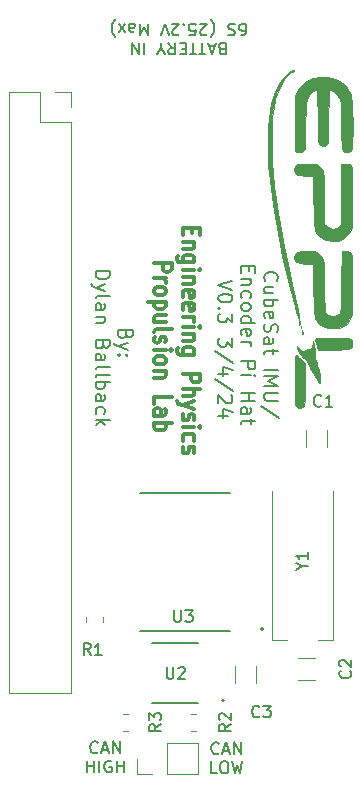
<source format=gbr>
%TF.GenerationSoftware,KiCad,Pcbnew,(6.0.5-0)*%
%TF.CreationDate,2024-03-04T13:36:44-05:00*%
%TF.ProjectId,CubeSat PCB V0.3,43756265-5361-4742-9050-43422056302e,rev?*%
%TF.SameCoordinates,Original*%
%TF.FileFunction,Legend,Top*%
%TF.FilePolarity,Positive*%
%FSLAX46Y46*%
G04 Gerber Fmt 4.6, Leading zero omitted, Abs format (unit mm)*
G04 Created by KiCad (PCBNEW (6.0.5-0)) date 2024-03-04 13:36:44*
%MOMM*%
%LPD*%
G01*
G04 APERTURE LIST*
%ADD10C,0.200000*%
%ADD11C,0.300000*%
%ADD12C,0.150000*%
%ADD13C,0.120000*%
%ADD14C,0.010000*%
%ADD15C,0.127000*%
G04 APERTURE END LIST*
D10*
X107878428Y-85028571D02*
X107821285Y-84971428D01*
X107764142Y-84800000D01*
X107764142Y-84685714D01*
X107821285Y-84514285D01*
X107935571Y-84400000D01*
X108049857Y-84342857D01*
X108278428Y-84285714D01*
X108449857Y-84285714D01*
X108678428Y-84342857D01*
X108792714Y-84400000D01*
X108907000Y-84514285D01*
X108964142Y-84685714D01*
X108964142Y-84800000D01*
X108907000Y-84971428D01*
X108849857Y-85028571D01*
X108564142Y-86057142D02*
X107764142Y-86057142D01*
X108564142Y-85542857D02*
X107935571Y-85542857D01*
X107821285Y-85600000D01*
X107764142Y-85714285D01*
X107764142Y-85885714D01*
X107821285Y-86000000D01*
X107878428Y-86057142D01*
X107764142Y-86628571D02*
X108964142Y-86628571D01*
X108507000Y-86628571D02*
X108564142Y-86742857D01*
X108564142Y-86971428D01*
X108507000Y-87085714D01*
X108449857Y-87142857D01*
X108335571Y-87200000D01*
X107992714Y-87200000D01*
X107878428Y-87142857D01*
X107821285Y-87085714D01*
X107764142Y-86971428D01*
X107764142Y-86742857D01*
X107821285Y-86628571D01*
X107821285Y-88171428D02*
X107764142Y-88057142D01*
X107764142Y-87828571D01*
X107821285Y-87714285D01*
X107935571Y-87657142D01*
X108392714Y-87657142D01*
X108507000Y-87714285D01*
X108564142Y-87828571D01*
X108564142Y-88057142D01*
X108507000Y-88171428D01*
X108392714Y-88228571D01*
X108278428Y-88228571D01*
X108164142Y-87657142D01*
X107821285Y-88685714D02*
X107764142Y-88857142D01*
X107764142Y-89142857D01*
X107821285Y-89257142D01*
X107878428Y-89314285D01*
X107992714Y-89371428D01*
X108107000Y-89371428D01*
X108221285Y-89314285D01*
X108278428Y-89257142D01*
X108335571Y-89142857D01*
X108392714Y-88914285D01*
X108449857Y-88800000D01*
X108507000Y-88742857D01*
X108621285Y-88685714D01*
X108735571Y-88685714D01*
X108849857Y-88742857D01*
X108907000Y-88800000D01*
X108964142Y-88914285D01*
X108964142Y-89200000D01*
X108907000Y-89371428D01*
X107764142Y-90400000D02*
X108392714Y-90400000D01*
X108507000Y-90342857D01*
X108564142Y-90228571D01*
X108564142Y-90000000D01*
X108507000Y-89885714D01*
X107821285Y-90400000D02*
X107764142Y-90285714D01*
X107764142Y-90000000D01*
X107821285Y-89885714D01*
X107935571Y-89828571D01*
X108049857Y-89828571D01*
X108164142Y-89885714D01*
X108221285Y-90000000D01*
X108221285Y-90285714D01*
X108278428Y-90400000D01*
X108564142Y-90800000D02*
X108564142Y-91257142D01*
X108964142Y-90971428D02*
X107935571Y-90971428D01*
X107821285Y-91028571D01*
X107764142Y-91142857D01*
X107764142Y-91257142D01*
X107764142Y-92571428D02*
X108964142Y-92571428D01*
X107764142Y-93142857D02*
X108964142Y-93142857D01*
X108107000Y-93542857D01*
X108964142Y-93942857D01*
X107764142Y-93942857D01*
X108964142Y-94514285D02*
X107992714Y-94514285D01*
X107878428Y-94571428D01*
X107821285Y-94628571D01*
X107764142Y-94742857D01*
X107764142Y-94971428D01*
X107821285Y-95085714D01*
X107878428Y-95142857D01*
X107992714Y-95199999D01*
X108964142Y-95199999D01*
X109021285Y-96628571D02*
X107478428Y-95599999D01*
X106460714Y-83800000D02*
X106460714Y-84200000D01*
X105832142Y-84371428D02*
X105832142Y-83800000D01*
X107032142Y-83800000D01*
X107032142Y-84371428D01*
X106632142Y-84885714D02*
X105832142Y-84885714D01*
X106517857Y-84885714D02*
X106575000Y-84942857D01*
X106632142Y-85057142D01*
X106632142Y-85228571D01*
X106575000Y-85342857D01*
X106460714Y-85400000D01*
X105832142Y-85400000D01*
X105889285Y-86485714D02*
X105832142Y-86371428D01*
X105832142Y-86142857D01*
X105889285Y-86028571D01*
X105946428Y-85971428D01*
X106060714Y-85914285D01*
X106403571Y-85914285D01*
X106517857Y-85971428D01*
X106575000Y-86028571D01*
X106632142Y-86142857D01*
X106632142Y-86371428D01*
X106575000Y-86485714D01*
X105832142Y-87171428D02*
X105889285Y-87057142D01*
X105946428Y-87000000D01*
X106060714Y-86942857D01*
X106403571Y-86942857D01*
X106517857Y-87000000D01*
X106575000Y-87057142D01*
X106632142Y-87171428D01*
X106632142Y-87342857D01*
X106575000Y-87457142D01*
X106517857Y-87514285D01*
X106403571Y-87571428D01*
X106060714Y-87571428D01*
X105946428Y-87514285D01*
X105889285Y-87457142D01*
X105832142Y-87342857D01*
X105832142Y-87171428D01*
X105832142Y-88600000D02*
X107032142Y-88600000D01*
X105889285Y-88600000D02*
X105832142Y-88485714D01*
X105832142Y-88257142D01*
X105889285Y-88142857D01*
X105946428Y-88085714D01*
X106060714Y-88028571D01*
X106403571Y-88028571D01*
X106517857Y-88085714D01*
X106575000Y-88142857D01*
X106632142Y-88257142D01*
X106632142Y-88485714D01*
X106575000Y-88600000D01*
X105889285Y-89628571D02*
X105832142Y-89514285D01*
X105832142Y-89285714D01*
X105889285Y-89171428D01*
X106003571Y-89114285D01*
X106460714Y-89114285D01*
X106575000Y-89171428D01*
X106632142Y-89285714D01*
X106632142Y-89514285D01*
X106575000Y-89628571D01*
X106460714Y-89685714D01*
X106346428Y-89685714D01*
X106232142Y-89114285D01*
X105832142Y-90200000D02*
X106632142Y-90200000D01*
X106403571Y-90200000D02*
X106517857Y-90257142D01*
X106575000Y-90314285D01*
X106632142Y-90428571D01*
X106632142Y-90542857D01*
X105832142Y-91857142D02*
X107032142Y-91857142D01*
X107032142Y-92314285D01*
X106975000Y-92428571D01*
X106917857Y-92485714D01*
X106803571Y-92542857D01*
X106632142Y-92542857D01*
X106517857Y-92485714D01*
X106460714Y-92428571D01*
X106403571Y-92314285D01*
X106403571Y-91857142D01*
X105832142Y-93057142D02*
X106632142Y-93057142D01*
X107032142Y-93057142D02*
X106975000Y-93000000D01*
X106917857Y-93057142D01*
X106975000Y-93114285D01*
X107032142Y-93057142D01*
X106917857Y-93057142D01*
X105832142Y-94542857D02*
X107032142Y-94542857D01*
X106460714Y-94542857D02*
X106460714Y-95228571D01*
X105832142Y-95228571D02*
X107032142Y-95228571D01*
X105832142Y-96314285D02*
X106460714Y-96314285D01*
X106575000Y-96257142D01*
X106632142Y-96142857D01*
X106632142Y-95914285D01*
X106575000Y-95800000D01*
X105889285Y-96314285D02*
X105832142Y-96200000D01*
X105832142Y-95914285D01*
X105889285Y-95800000D01*
X106003571Y-95742857D01*
X106117857Y-95742857D01*
X106232142Y-95800000D01*
X106289285Y-95914285D01*
X106289285Y-96200000D01*
X106346428Y-96314285D01*
X106632142Y-96714285D02*
X106632142Y-97171428D01*
X107032142Y-96885714D02*
X106003571Y-96885714D01*
X105889285Y-96942857D01*
X105832142Y-97057142D01*
X105832142Y-97171428D01*
X105100142Y-85028571D02*
X103900142Y-85428571D01*
X105100142Y-85828571D01*
X105100142Y-86457142D02*
X105100142Y-86571428D01*
X105043000Y-86685714D01*
X104985857Y-86742857D01*
X104871571Y-86800000D01*
X104643000Y-86857142D01*
X104357285Y-86857142D01*
X104128714Y-86800000D01*
X104014428Y-86742857D01*
X103957285Y-86685714D01*
X103900142Y-86571428D01*
X103900142Y-86457142D01*
X103957285Y-86342857D01*
X104014428Y-86285714D01*
X104128714Y-86228571D01*
X104357285Y-86171428D01*
X104643000Y-86171428D01*
X104871571Y-86228571D01*
X104985857Y-86285714D01*
X105043000Y-86342857D01*
X105100142Y-86457142D01*
X104014428Y-87371428D02*
X103957285Y-87428571D01*
X103900142Y-87371428D01*
X103957285Y-87314285D01*
X104014428Y-87371428D01*
X103900142Y-87371428D01*
X105100142Y-87828571D02*
X105100142Y-88571428D01*
X104643000Y-88171428D01*
X104643000Y-88342857D01*
X104585857Y-88457142D01*
X104528714Y-88514285D01*
X104414428Y-88571428D01*
X104128714Y-88571428D01*
X104014428Y-88514285D01*
X103957285Y-88457142D01*
X103900142Y-88342857D01*
X103900142Y-88000000D01*
X103957285Y-87885714D01*
X104014428Y-87828571D01*
X105100142Y-89885714D02*
X105100142Y-90628571D01*
X104643000Y-90228571D01*
X104643000Y-90400000D01*
X104585857Y-90514285D01*
X104528714Y-90571428D01*
X104414428Y-90628571D01*
X104128714Y-90628571D01*
X104014428Y-90571428D01*
X103957285Y-90514285D01*
X103900142Y-90400000D01*
X103900142Y-90057142D01*
X103957285Y-89942857D01*
X104014428Y-89885714D01*
X105157285Y-92000000D02*
X103614428Y-90971428D01*
X104700142Y-92914285D02*
X103900142Y-92914285D01*
X105157285Y-92628571D02*
X104300142Y-92342857D01*
X104300142Y-93085714D01*
X105157285Y-94400000D02*
X103614428Y-93371428D01*
X104985857Y-94742857D02*
X105043000Y-94800000D01*
X105100142Y-94914285D01*
X105100142Y-95200000D01*
X105043000Y-95314285D01*
X104985857Y-95371428D01*
X104871571Y-95428571D01*
X104757285Y-95428571D01*
X104585857Y-95371428D01*
X103900142Y-94685714D01*
X103900142Y-95428571D01*
X104700142Y-96457142D02*
X103900142Y-96457142D01*
X105157285Y-96171428D02*
X104300142Y-95885714D01*
X104300142Y-96628571D01*
X103932142Y-125027142D02*
X103884523Y-125074761D01*
X103741666Y-125122380D01*
X103646428Y-125122380D01*
X103503571Y-125074761D01*
X103408333Y-124979523D01*
X103360714Y-124884285D01*
X103313095Y-124693809D01*
X103313095Y-124550952D01*
X103360714Y-124360476D01*
X103408333Y-124265238D01*
X103503571Y-124170000D01*
X103646428Y-124122380D01*
X103741666Y-124122380D01*
X103884523Y-124170000D01*
X103932142Y-124217619D01*
X104313095Y-124836666D02*
X104789285Y-124836666D01*
X104217857Y-125122380D02*
X104551190Y-124122380D01*
X104884523Y-125122380D01*
X105217857Y-125122380D02*
X105217857Y-124122380D01*
X105789285Y-125122380D01*
X105789285Y-124122380D01*
X103789285Y-126732380D02*
X103313095Y-126732380D01*
X103313095Y-125732380D01*
X104313095Y-125732380D02*
X104503571Y-125732380D01*
X104598809Y-125780000D01*
X104694047Y-125875238D01*
X104741666Y-126065714D01*
X104741666Y-126399047D01*
X104694047Y-126589523D01*
X104598809Y-126684761D01*
X104503571Y-126732380D01*
X104313095Y-126732380D01*
X104217857Y-126684761D01*
X104122619Y-126589523D01*
X104075000Y-126399047D01*
X104075000Y-126065714D01*
X104122619Y-125875238D01*
X104217857Y-125780000D01*
X104313095Y-125732380D01*
X105075000Y-125732380D02*
X105313095Y-126732380D01*
X105503571Y-126018095D01*
X105694047Y-126732380D01*
X105932142Y-125732380D01*
D11*
X101664642Y-80577380D02*
X101664642Y-81010714D01*
X100878928Y-81196428D02*
X100878928Y-80577380D01*
X102378928Y-80577380D01*
X102378928Y-81196428D01*
X101878928Y-81753571D02*
X100878928Y-81753571D01*
X101736071Y-81753571D02*
X101807500Y-81815476D01*
X101878928Y-81939285D01*
X101878928Y-82124999D01*
X101807500Y-82248809D01*
X101664642Y-82310714D01*
X100878928Y-82310714D01*
X101878928Y-83486904D02*
X100664642Y-83486904D01*
X100521785Y-83424999D01*
X100450357Y-83363095D01*
X100378928Y-83239285D01*
X100378928Y-83053571D01*
X100450357Y-82929761D01*
X100950357Y-83486904D02*
X100878928Y-83363095D01*
X100878928Y-83115476D01*
X100950357Y-82991666D01*
X101021785Y-82929761D01*
X101164642Y-82867857D01*
X101593214Y-82867857D01*
X101736071Y-82929761D01*
X101807500Y-82991666D01*
X101878928Y-83115476D01*
X101878928Y-83363095D01*
X101807500Y-83486904D01*
X100878928Y-84105952D02*
X101878928Y-84105952D01*
X102378928Y-84105952D02*
X102307500Y-84044047D01*
X102236071Y-84105952D01*
X102307500Y-84167857D01*
X102378928Y-84105952D01*
X102236071Y-84105952D01*
X101878928Y-84724999D02*
X100878928Y-84724999D01*
X101736071Y-84724999D02*
X101807500Y-84786904D01*
X101878928Y-84910714D01*
X101878928Y-85096428D01*
X101807500Y-85220238D01*
X101664642Y-85282142D01*
X100878928Y-85282142D01*
X100950357Y-86396428D02*
X100878928Y-86272619D01*
X100878928Y-86024999D01*
X100950357Y-85901190D01*
X101093214Y-85839285D01*
X101664642Y-85839285D01*
X101807500Y-85901190D01*
X101878928Y-86024999D01*
X101878928Y-86272619D01*
X101807500Y-86396428D01*
X101664642Y-86458333D01*
X101521785Y-86458333D01*
X101378928Y-85839285D01*
X100950357Y-87510714D02*
X100878928Y-87386904D01*
X100878928Y-87139285D01*
X100950357Y-87015476D01*
X101093214Y-86953571D01*
X101664642Y-86953571D01*
X101807500Y-87015476D01*
X101878928Y-87139285D01*
X101878928Y-87386904D01*
X101807500Y-87510714D01*
X101664642Y-87572619D01*
X101521785Y-87572619D01*
X101378928Y-86953571D01*
X100878928Y-88129761D02*
X101878928Y-88129761D01*
X101593214Y-88129761D02*
X101736071Y-88191666D01*
X101807500Y-88253571D01*
X101878928Y-88377380D01*
X101878928Y-88501190D01*
X100878928Y-88934523D02*
X101878928Y-88934523D01*
X102378928Y-88934523D02*
X102307500Y-88872619D01*
X102236071Y-88934523D01*
X102307500Y-88996428D01*
X102378928Y-88934523D01*
X102236071Y-88934523D01*
X101878928Y-89553571D02*
X100878928Y-89553571D01*
X101736071Y-89553571D02*
X101807500Y-89615476D01*
X101878928Y-89739285D01*
X101878928Y-89924999D01*
X101807500Y-90048809D01*
X101664642Y-90110714D01*
X100878928Y-90110714D01*
X101878928Y-91286904D02*
X100664642Y-91286904D01*
X100521785Y-91224999D01*
X100450357Y-91163095D01*
X100378928Y-91039285D01*
X100378928Y-90853571D01*
X100450357Y-90729761D01*
X100950357Y-91286904D02*
X100878928Y-91163095D01*
X100878928Y-90915476D01*
X100950357Y-90791666D01*
X101021785Y-90729761D01*
X101164642Y-90667857D01*
X101593214Y-90667857D01*
X101736071Y-90729761D01*
X101807500Y-90791666D01*
X101878928Y-90915476D01*
X101878928Y-91163095D01*
X101807500Y-91286904D01*
X100878928Y-92896428D02*
X102378928Y-92896428D01*
X102378928Y-93391666D01*
X102307500Y-93515476D01*
X102236071Y-93577380D01*
X102093214Y-93639285D01*
X101878928Y-93639285D01*
X101736071Y-93577380D01*
X101664642Y-93515476D01*
X101593214Y-93391666D01*
X101593214Y-92896428D01*
X100878928Y-94196428D02*
X102378928Y-94196428D01*
X100878928Y-94753571D02*
X101664642Y-94753571D01*
X101807500Y-94691666D01*
X101878928Y-94567857D01*
X101878928Y-94382142D01*
X101807500Y-94258333D01*
X101736071Y-94196428D01*
X101878928Y-95248809D02*
X100878928Y-95558333D01*
X101878928Y-95867857D02*
X100878928Y-95558333D01*
X100521785Y-95434523D01*
X100450357Y-95372619D01*
X100378928Y-95248809D01*
X100950357Y-96301190D02*
X100878928Y-96424999D01*
X100878928Y-96672619D01*
X100950357Y-96796428D01*
X101093214Y-96858333D01*
X101164642Y-96858333D01*
X101307500Y-96796428D01*
X101378928Y-96672619D01*
X101378928Y-96486904D01*
X101450357Y-96363095D01*
X101593214Y-96301190D01*
X101664642Y-96301190D01*
X101807500Y-96363095D01*
X101878928Y-96486904D01*
X101878928Y-96672619D01*
X101807500Y-96796428D01*
X100878928Y-97415476D02*
X101878928Y-97415476D01*
X102378928Y-97415476D02*
X102307500Y-97353571D01*
X102236071Y-97415476D01*
X102307500Y-97477380D01*
X102378928Y-97415476D01*
X102236071Y-97415476D01*
X100950357Y-98591666D02*
X100878928Y-98467857D01*
X100878928Y-98220238D01*
X100950357Y-98096428D01*
X101021785Y-98034523D01*
X101164642Y-97972619D01*
X101593214Y-97972619D01*
X101736071Y-98034523D01*
X101807500Y-98096428D01*
X101878928Y-98220238D01*
X101878928Y-98467857D01*
X101807500Y-98591666D01*
X100950357Y-99086904D02*
X100878928Y-99210714D01*
X100878928Y-99458333D01*
X100950357Y-99582142D01*
X101093214Y-99644047D01*
X101164642Y-99644047D01*
X101307500Y-99582142D01*
X101378928Y-99458333D01*
X101378928Y-99272619D01*
X101450357Y-99148809D01*
X101593214Y-99086904D01*
X101664642Y-99086904D01*
X101807500Y-99148809D01*
X101878928Y-99272619D01*
X101878928Y-99458333D01*
X101807500Y-99582142D01*
X98463928Y-83517857D02*
X99963928Y-83517857D01*
X99963928Y-84013095D01*
X99892500Y-84136904D01*
X99821071Y-84198809D01*
X99678214Y-84260714D01*
X99463928Y-84260714D01*
X99321071Y-84198809D01*
X99249642Y-84136904D01*
X99178214Y-84013095D01*
X99178214Y-83517857D01*
X98463928Y-84817857D02*
X99463928Y-84817857D01*
X99178214Y-84817857D02*
X99321071Y-84879761D01*
X99392500Y-84941666D01*
X99463928Y-85065476D01*
X99463928Y-85189285D01*
X98463928Y-85808333D02*
X98535357Y-85684523D01*
X98606785Y-85622619D01*
X98749642Y-85560714D01*
X99178214Y-85560714D01*
X99321071Y-85622619D01*
X99392500Y-85684523D01*
X99463928Y-85808333D01*
X99463928Y-85994047D01*
X99392500Y-86117857D01*
X99321071Y-86179761D01*
X99178214Y-86241666D01*
X98749642Y-86241666D01*
X98606785Y-86179761D01*
X98535357Y-86117857D01*
X98463928Y-85994047D01*
X98463928Y-85808333D01*
X99463928Y-86798809D02*
X97963928Y-86798809D01*
X99392500Y-86798809D02*
X99463928Y-86922619D01*
X99463928Y-87170238D01*
X99392500Y-87294047D01*
X99321071Y-87355952D01*
X99178214Y-87417857D01*
X98749642Y-87417857D01*
X98606785Y-87355952D01*
X98535357Y-87294047D01*
X98463928Y-87170238D01*
X98463928Y-86922619D01*
X98535357Y-86798809D01*
X99463928Y-88532142D02*
X98463928Y-88532142D01*
X99463928Y-87975000D02*
X98678214Y-87975000D01*
X98535357Y-88036904D01*
X98463928Y-88160714D01*
X98463928Y-88346428D01*
X98535357Y-88470238D01*
X98606785Y-88532142D01*
X98463928Y-89336904D02*
X98535357Y-89213095D01*
X98678214Y-89151190D01*
X99963928Y-89151190D01*
X98535357Y-89770238D02*
X98463928Y-89894047D01*
X98463928Y-90141666D01*
X98535357Y-90265476D01*
X98678214Y-90327380D01*
X98749642Y-90327380D01*
X98892500Y-90265476D01*
X98963928Y-90141666D01*
X98963928Y-89955952D01*
X99035357Y-89832142D01*
X99178214Y-89770238D01*
X99249642Y-89770238D01*
X99392500Y-89832142D01*
X99463928Y-89955952D01*
X99463928Y-90141666D01*
X99392500Y-90265476D01*
X98463928Y-90884523D02*
X99463928Y-90884523D01*
X99963928Y-90884523D02*
X99892500Y-90822619D01*
X99821071Y-90884523D01*
X99892500Y-90946428D01*
X99963928Y-90884523D01*
X99821071Y-90884523D01*
X98463928Y-91689285D02*
X98535357Y-91565476D01*
X98606785Y-91503571D01*
X98749642Y-91441666D01*
X99178214Y-91441666D01*
X99321071Y-91503571D01*
X99392500Y-91565476D01*
X99463928Y-91689285D01*
X99463928Y-91875000D01*
X99392500Y-91998809D01*
X99321071Y-92060714D01*
X99178214Y-92122619D01*
X98749642Y-92122619D01*
X98606785Y-92060714D01*
X98535357Y-91998809D01*
X98463928Y-91875000D01*
X98463928Y-91689285D01*
X99463928Y-92679761D02*
X98463928Y-92679761D01*
X99321071Y-92679761D02*
X99392500Y-92741666D01*
X99463928Y-92865476D01*
X99463928Y-93051190D01*
X99392500Y-93175000D01*
X99249642Y-93236904D01*
X98463928Y-93236904D01*
X98463928Y-95465476D02*
X98463928Y-94846428D01*
X99963928Y-94846428D01*
X98463928Y-96455952D02*
X99249642Y-96455952D01*
X99392500Y-96394047D01*
X99463928Y-96270238D01*
X99463928Y-96022619D01*
X99392500Y-95898809D01*
X98535357Y-96455952D02*
X98463928Y-96332142D01*
X98463928Y-96022619D01*
X98535357Y-95898809D01*
X98678214Y-95836904D01*
X98821071Y-95836904D01*
X98963928Y-95898809D01*
X99035357Y-96022619D01*
X99035357Y-96332142D01*
X99106785Y-96455952D01*
X98463928Y-97075000D02*
X99963928Y-97075000D01*
X99392500Y-97075000D02*
X99463928Y-97198809D01*
X99463928Y-97446428D01*
X99392500Y-97570238D01*
X99321071Y-97632142D01*
X99178214Y-97694047D01*
X98749642Y-97694047D01*
X98606785Y-97632142D01*
X98535357Y-97570238D01*
X98463928Y-97446428D01*
X98463928Y-97198809D01*
X98535357Y-97075000D01*
D10*
X93682142Y-124952142D02*
X93634523Y-124999761D01*
X93491666Y-125047380D01*
X93396428Y-125047380D01*
X93253571Y-124999761D01*
X93158333Y-124904523D01*
X93110714Y-124809285D01*
X93063095Y-124618809D01*
X93063095Y-124475952D01*
X93110714Y-124285476D01*
X93158333Y-124190238D01*
X93253571Y-124095000D01*
X93396428Y-124047380D01*
X93491666Y-124047380D01*
X93634523Y-124095000D01*
X93682142Y-124142619D01*
X94063095Y-124761666D02*
X94539285Y-124761666D01*
X93967857Y-125047380D02*
X94301190Y-124047380D01*
X94634523Y-125047380D01*
X94967857Y-125047380D02*
X94967857Y-124047380D01*
X95539285Y-125047380D01*
X95539285Y-124047380D01*
X92777380Y-126657380D02*
X92777380Y-125657380D01*
X92777380Y-126133571D02*
X93348809Y-126133571D01*
X93348809Y-126657380D02*
X93348809Y-125657380D01*
X93825000Y-126657380D02*
X93825000Y-125657380D01*
X94825000Y-125705000D02*
X94729761Y-125657380D01*
X94586904Y-125657380D01*
X94444047Y-125705000D01*
X94348809Y-125800238D01*
X94301190Y-125895476D01*
X94253571Y-126085952D01*
X94253571Y-126228809D01*
X94301190Y-126419285D01*
X94348809Y-126514523D01*
X94444047Y-126609761D01*
X94586904Y-126657380D01*
X94682142Y-126657380D01*
X94825000Y-126609761D01*
X94872619Y-126562142D01*
X94872619Y-126228809D01*
X94682142Y-126228809D01*
X95301190Y-126657380D02*
X95301190Y-125657380D01*
X95301190Y-126133571D02*
X95872619Y-126133571D01*
X95872619Y-126657380D02*
X95872619Y-125657380D01*
D12*
X104192857Y-65401428D02*
X104050000Y-65353809D01*
X104002380Y-65306190D01*
X103954761Y-65210952D01*
X103954761Y-65068095D01*
X104002380Y-64972857D01*
X104050000Y-64925238D01*
X104145238Y-64877619D01*
X104526190Y-64877619D01*
X104526190Y-65877619D01*
X104192857Y-65877619D01*
X104097619Y-65830000D01*
X104050000Y-65782380D01*
X104002380Y-65687142D01*
X104002380Y-65591904D01*
X104050000Y-65496666D01*
X104097619Y-65449047D01*
X104192857Y-65401428D01*
X104526190Y-65401428D01*
X103573809Y-65163333D02*
X103097619Y-65163333D01*
X103669047Y-64877619D02*
X103335714Y-65877619D01*
X103002380Y-64877619D01*
X102811904Y-65877619D02*
X102240476Y-65877619D01*
X102526190Y-64877619D02*
X102526190Y-65877619D01*
X102050000Y-65877619D02*
X101478571Y-65877619D01*
X101764285Y-64877619D02*
X101764285Y-65877619D01*
X101145238Y-65401428D02*
X100811904Y-65401428D01*
X100669047Y-64877619D02*
X101145238Y-64877619D01*
X101145238Y-65877619D01*
X100669047Y-65877619D01*
X99669047Y-64877619D02*
X100002380Y-65353809D01*
X100240476Y-64877619D02*
X100240476Y-65877619D01*
X99859523Y-65877619D01*
X99764285Y-65830000D01*
X99716666Y-65782380D01*
X99669047Y-65687142D01*
X99669047Y-65544285D01*
X99716666Y-65449047D01*
X99764285Y-65401428D01*
X99859523Y-65353809D01*
X100240476Y-65353809D01*
X99050000Y-65353809D02*
X99050000Y-64877619D01*
X99383333Y-65877619D02*
X99050000Y-65353809D01*
X98716666Y-65877619D01*
X97621428Y-64877619D02*
X97621428Y-65877619D01*
X97145238Y-64877619D02*
X97145238Y-65877619D01*
X96573809Y-64877619D01*
X96573809Y-65877619D01*
X105788095Y-64267619D02*
X105978571Y-64267619D01*
X106073809Y-64220000D01*
X106121428Y-64172380D01*
X106216666Y-64029523D01*
X106264285Y-63839047D01*
X106264285Y-63458095D01*
X106216666Y-63362857D01*
X106169047Y-63315238D01*
X106073809Y-63267619D01*
X105883333Y-63267619D01*
X105788095Y-63315238D01*
X105740476Y-63362857D01*
X105692857Y-63458095D01*
X105692857Y-63696190D01*
X105740476Y-63791428D01*
X105788095Y-63839047D01*
X105883333Y-63886666D01*
X106073809Y-63886666D01*
X106169047Y-63839047D01*
X106216666Y-63791428D01*
X106264285Y-63696190D01*
X105311904Y-63315238D02*
X105169047Y-63267619D01*
X104930952Y-63267619D01*
X104835714Y-63315238D01*
X104788095Y-63362857D01*
X104740476Y-63458095D01*
X104740476Y-63553333D01*
X104788095Y-63648571D01*
X104835714Y-63696190D01*
X104930952Y-63743809D01*
X105121428Y-63791428D01*
X105216666Y-63839047D01*
X105264285Y-63886666D01*
X105311904Y-63981904D01*
X105311904Y-64077142D01*
X105264285Y-64172380D01*
X105216666Y-64220000D01*
X105121428Y-64267619D01*
X104883333Y-64267619D01*
X104740476Y-64220000D01*
X103264285Y-62886666D02*
X103311904Y-62934285D01*
X103407142Y-63077142D01*
X103454761Y-63172380D01*
X103502380Y-63315238D01*
X103550000Y-63553333D01*
X103550000Y-63743809D01*
X103502380Y-63981904D01*
X103454761Y-64124761D01*
X103407142Y-64220000D01*
X103311904Y-64362857D01*
X103264285Y-64410476D01*
X102930952Y-64172380D02*
X102883333Y-64220000D01*
X102788095Y-64267619D01*
X102550000Y-64267619D01*
X102454761Y-64220000D01*
X102407142Y-64172380D01*
X102359523Y-64077142D01*
X102359523Y-63981904D01*
X102407142Y-63839047D01*
X102978571Y-63267619D01*
X102359523Y-63267619D01*
X101454761Y-64267619D02*
X101930952Y-64267619D01*
X101978571Y-63791428D01*
X101930952Y-63839047D01*
X101835714Y-63886666D01*
X101597619Y-63886666D01*
X101502380Y-63839047D01*
X101454761Y-63791428D01*
X101407142Y-63696190D01*
X101407142Y-63458095D01*
X101454761Y-63362857D01*
X101502380Y-63315238D01*
X101597619Y-63267619D01*
X101835714Y-63267619D01*
X101930952Y-63315238D01*
X101978571Y-63362857D01*
X100978571Y-63362857D02*
X100930952Y-63315238D01*
X100978571Y-63267619D01*
X101026190Y-63315238D01*
X100978571Y-63362857D01*
X100978571Y-63267619D01*
X100550000Y-64172380D02*
X100502380Y-64220000D01*
X100407142Y-64267619D01*
X100169047Y-64267619D01*
X100073809Y-64220000D01*
X100026190Y-64172380D01*
X99978571Y-64077142D01*
X99978571Y-63981904D01*
X100026190Y-63839047D01*
X100597619Y-63267619D01*
X99978571Y-63267619D01*
X99692857Y-64267619D02*
X99359523Y-63267619D01*
X99026190Y-64267619D01*
X97930952Y-63267619D02*
X97930952Y-64267619D01*
X97597619Y-63553333D01*
X97264285Y-64267619D01*
X97264285Y-63267619D01*
X96359523Y-63267619D02*
X96359523Y-63791428D01*
X96407142Y-63886666D01*
X96502380Y-63934285D01*
X96692857Y-63934285D01*
X96788095Y-63886666D01*
X96359523Y-63315238D02*
X96454761Y-63267619D01*
X96692857Y-63267619D01*
X96788095Y-63315238D01*
X96835714Y-63410476D01*
X96835714Y-63505714D01*
X96788095Y-63600952D01*
X96692857Y-63648571D01*
X96454761Y-63648571D01*
X96359523Y-63696190D01*
X95978571Y-63267619D02*
X95454761Y-63934285D01*
X95978571Y-63934285D02*
X95454761Y-63267619D01*
X95169047Y-62886666D02*
X95121428Y-62934285D01*
X95026190Y-63077142D01*
X94978571Y-63172380D01*
X94930952Y-63315238D01*
X94883333Y-63553333D01*
X94883333Y-63743809D01*
X94930952Y-63981904D01*
X94978571Y-64124761D01*
X95026190Y-64220000D01*
X95121428Y-64362857D01*
X95169047Y-64410476D01*
D10*
X96076714Y-89610714D02*
X96019571Y-89782142D01*
X95962428Y-89839285D01*
X95848142Y-89896428D01*
X95676714Y-89896428D01*
X95562428Y-89839285D01*
X95505285Y-89782142D01*
X95448142Y-89667857D01*
X95448142Y-89210714D01*
X96648142Y-89210714D01*
X96648142Y-89610714D01*
X96591000Y-89725000D01*
X96533857Y-89782142D01*
X96419571Y-89839285D01*
X96305285Y-89839285D01*
X96191000Y-89782142D01*
X96133857Y-89725000D01*
X96076714Y-89610714D01*
X96076714Y-89210714D01*
X96248142Y-90296428D02*
X95448142Y-90582142D01*
X96248142Y-90867857D02*
X95448142Y-90582142D01*
X95162428Y-90467857D01*
X95105285Y-90410714D01*
X95048142Y-90296428D01*
X95562428Y-91325000D02*
X95505285Y-91382142D01*
X95448142Y-91325000D01*
X95505285Y-91267857D01*
X95562428Y-91325000D01*
X95448142Y-91325000D01*
X96191000Y-91325000D02*
X96133857Y-91382142D01*
X96076714Y-91325000D01*
X96133857Y-91267857D01*
X96191000Y-91325000D01*
X96076714Y-91325000D01*
X93516142Y-84239285D02*
X94716142Y-84239285D01*
X94716142Y-84525000D01*
X94659000Y-84696428D01*
X94544714Y-84810714D01*
X94430428Y-84867857D01*
X94201857Y-84925000D01*
X94030428Y-84925000D01*
X93801857Y-84867857D01*
X93687571Y-84810714D01*
X93573285Y-84696428D01*
X93516142Y-84525000D01*
X93516142Y-84239285D01*
X94316142Y-85325000D02*
X93516142Y-85610714D01*
X94316142Y-85896428D02*
X93516142Y-85610714D01*
X93230428Y-85496428D01*
X93173285Y-85439285D01*
X93116142Y-85325000D01*
X93516142Y-86525000D02*
X93573285Y-86410714D01*
X93687571Y-86353571D01*
X94716142Y-86353571D01*
X93516142Y-87496428D02*
X94144714Y-87496428D01*
X94259000Y-87439285D01*
X94316142Y-87325000D01*
X94316142Y-87096428D01*
X94259000Y-86982142D01*
X93573285Y-87496428D02*
X93516142Y-87382142D01*
X93516142Y-87096428D01*
X93573285Y-86982142D01*
X93687571Y-86925000D01*
X93801857Y-86925000D01*
X93916142Y-86982142D01*
X93973285Y-87096428D01*
X93973285Y-87382142D01*
X94030428Y-87496428D01*
X94316142Y-88067857D02*
X93516142Y-88067857D01*
X94201857Y-88067857D02*
X94259000Y-88125000D01*
X94316142Y-88239285D01*
X94316142Y-88410714D01*
X94259000Y-88525000D01*
X94144714Y-88582142D01*
X93516142Y-88582142D01*
X94144714Y-90467857D02*
X94087571Y-90639285D01*
X94030428Y-90696428D01*
X93916142Y-90753571D01*
X93744714Y-90753571D01*
X93630428Y-90696428D01*
X93573285Y-90639285D01*
X93516142Y-90525000D01*
X93516142Y-90067857D01*
X94716142Y-90067857D01*
X94716142Y-90467857D01*
X94659000Y-90582142D01*
X94601857Y-90639285D01*
X94487571Y-90696428D01*
X94373285Y-90696428D01*
X94259000Y-90639285D01*
X94201857Y-90582142D01*
X94144714Y-90467857D01*
X94144714Y-90067857D01*
X93516142Y-91782142D02*
X94144714Y-91782142D01*
X94259000Y-91725000D01*
X94316142Y-91610714D01*
X94316142Y-91382142D01*
X94259000Y-91267857D01*
X93573285Y-91782142D02*
X93516142Y-91667857D01*
X93516142Y-91382142D01*
X93573285Y-91267857D01*
X93687571Y-91210714D01*
X93801857Y-91210714D01*
X93916142Y-91267857D01*
X93973285Y-91382142D01*
X93973285Y-91667857D01*
X94030428Y-91782142D01*
X93516142Y-92525000D02*
X93573285Y-92410714D01*
X93687571Y-92353571D01*
X94716142Y-92353571D01*
X93516142Y-93153571D02*
X93573285Y-93039285D01*
X93687571Y-92982142D01*
X94716142Y-92982142D01*
X93516142Y-93610714D02*
X94716142Y-93610714D01*
X94259000Y-93610714D02*
X94316142Y-93725000D01*
X94316142Y-93953571D01*
X94259000Y-94067857D01*
X94201857Y-94125000D01*
X94087571Y-94182142D01*
X93744714Y-94182142D01*
X93630428Y-94125000D01*
X93573285Y-94067857D01*
X93516142Y-93953571D01*
X93516142Y-93725000D01*
X93573285Y-93610714D01*
X93516142Y-95210714D02*
X94144714Y-95210714D01*
X94259000Y-95153571D01*
X94316142Y-95039285D01*
X94316142Y-94810714D01*
X94259000Y-94696428D01*
X93573285Y-95210714D02*
X93516142Y-95096428D01*
X93516142Y-94810714D01*
X93573285Y-94696428D01*
X93687571Y-94639285D01*
X93801857Y-94639285D01*
X93916142Y-94696428D01*
X93973285Y-94810714D01*
X93973285Y-95096428D01*
X94030428Y-95210714D01*
X93573285Y-96296428D02*
X93516142Y-96182142D01*
X93516142Y-95953571D01*
X93573285Y-95839285D01*
X93630428Y-95782142D01*
X93744714Y-95725000D01*
X94087571Y-95725000D01*
X94201857Y-95782142D01*
X94259000Y-95839285D01*
X94316142Y-95953571D01*
X94316142Y-96182142D01*
X94259000Y-96296428D01*
X93516142Y-96810714D02*
X94716142Y-96810714D01*
X93973285Y-96925000D02*
X93516142Y-97267857D01*
X94316142Y-97267857D02*
X93859000Y-96810714D01*
D12*
%TO.C,R3*%
X99052380Y-122591666D02*
X98576190Y-122925000D01*
X99052380Y-123163095D02*
X98052380Y-123163095D01*
X98052380Y-122782142D01*
X98100000Y-122686904D01*
X98147619Y-122639285D01*
X98242857Y-122591666D01*
X98385714Y-122591666D01*
X98480952Y-122639285D01*
X98528571Y-122686904D01*
X98576190Y-122782142D01*
X98576190Y-123163095D01*
X98052380Y-122258333D02*
X98052380Y-121639285D01*
X98433333Y-121972619D01*
X98433333Y-121829761D01*
X98480952Y-121734523D01*
X98528571Y-121686904D01*
X98623809Y-121639285D01*
X98861904Y-121639285D01*
X98957142Y-121686904D01*
X99004761Y-121734523D01*
X99052380Y-121829761D01*
X99052380Y-122115476D01*
X99004761Y-122210714D01*
X98957142Y-122258333D01*
%TO.C,U2*%
X99513095Y-117752380D02*
X99513095Y-118561904D01*
X99560714Y-118657142D01*
X99608333Y-118704761D01*
X99703571Y-118752380D01*
X99894047Y-118752380D01*
X99989285Y-118704761D01*
X100036904Y-118657142D01*
X100084523Y-118561904D01*
X100084523Y-117752380D01*
X100513095Y-117847619D02*
X100560714Y-117800000D01*
X100655952Y-117752380D01*
X100894047Y-117752380D01*
X100989285Y-117800000D01*
X101036904Y-117847619D01*
X101084523Y-117942857D01*
X101084523Y-118038095D01*
X101036904Y-118180952D01*
X100465476Y-118752380D01*
X101084523Y-118752380D01*
%TO.C,Y1*%
X111001190Y-109226190D02*
X111477380Y-109226190D01*
X110477380Y-109559523D02*
X111001190Y-109226190D01*
X110477380Y-108892857D01*
X111477380Y-108035714D02*
X111477380Y-108607142D01*
X111477380Y-108321428D02*
X110477380Y-108321428D01*
X110620238Y-108416666D01*
X110715476Y-108511904D01*
X110763095Y-108607142D01*
%TO.C,R2*%
X104952380Y-122591666D02*
X104476190Y-122925000D01*
X104952380Y-123163095D02*
X103952380Y-123163095D01*
X103952380Y-122782142D01*
X104000000Y-122686904D01*
X104047619Y-122639285D01*
X104142857Y-122591666D01*
X104285714Y-122591666D01*
X104380952Y-122639285D01*
X104428571Y-122686904D01*
X104476190Y-122782142D01*
X104476190Y-123163095D01*
X104047619Y-122210714D02*
X104000000Y-122163095D01*
X103952380Y-122067857D01*
X103952380Y-121829761D01*
X104000000Y-121734523D01*
X104047619Y-121686904D01*
X104142857Y-121639285D01*
X104238095Y-121639285D01*
X104380952Y-121686904D01*
X104952380Y-122258333D01*
X104952380Y-121639285D01*
%TO.C,C1*%
X112608333Y-95607142D02*
X112560714Y-95654761D01*
X112417857Y-95702380D01*
X112322619Y-95702380D01*
X112179761Y-95654761D01*
X112084523Y-95559523D01*
X112036904Y-95464285D01*
X111989285Y-95273809D01*
X111989285Y-95130952D01*
X112036904Y-94940476D01*
X112084523Y-94845238D01*
X112179761Y-94750000D01*
X112322619Y-94702380D01*
X112417857Y-94702380D01*
X112560714Y-94750000D01*
X112608333Y-94797619D01*
X113560714Y-95702380D02*
X112989285Y-95702380D01*
X113275000Y-95702380D02*
X113275000Y-94702380D01*
X113179761Y-94845238D01*
X113084523Y-94940476D01*
X112989285Y-94988095D01*
%TO.C,U3*%
X100163095Y-112927380D02*
X100163095Y-113736904D01*
X100210714Y-113832142D01*
X100258333Y-113879761D01*
X100353571Y-113927380D01*
X100544047Y-113927380D01*
X100639285Y-113879761D01*
X100686904Y-113832142D01*
X100734523Y-113736904D01*
X100734523Y-112927380D01*
X101115476Y-112927380D02*
X101734523Y-112927380D01*
X101401190Y-113308333D01*
X101544047Y-113308333D01*
X101639285Y-113355952D01*
X101686904Y-113403571D01*
X101734523Y-113498809D01*
X101734523Y-113736904D01*
X101686904Y-113832142D01*
X101639285Y-113879761D01*
X101544047Y-113927380D01*
X101258333Y-113927380D01*
X101163095Y-113879761D01*
X101115476Y-113832142D01*
%TO.C,C3*%
X107383333Y-121907142D02*
X107335714Y-121954761D01*
X107192857Y-122002380D01*
X107097619Y-122002380D01*
X106954761Y-121954761D01*
X106859523Y-121859523D01*
X106811904Y-121764285D01*
X106764285Y-121573809D01*
X106764285Y-121430952D01*
X106811904Y-121240476D01*
X106859523Y-121145238D01*
X106954761Y-121050000D01*
X107097619Y-121002380D01*
X107192857Y-121002380D01*
X107335714Y-121050000D01*
X107383333Y-121097619D01*
X107716666Y-121002380D02*
X108335714Y-121002380D01*
X108002380Y-121383333D01*
X108145238Y-121383333D01*
X108240476Y-121430952D01*
X108288095Y-121478571D01*
X108335714Y-121573809D01*
X108335714Y-121811904D01*
X108288095Y-121907142D01*
X108240476Y-121954761D01*
X108145238Y-122002380D01*
X107859523Y-122002380D01*
X107764285Y-121954761D01*
X107716666Y-121907142D01*
%TO.C,C2*%
X115057142Y-118066666D02*
X115104761Y-118114285D01*
X115152380Y-118257142D01*
X115152380Y-118352380D01*
X115104761Y-118495238D01*
X115009523Y-118590476D01*
X114914285Y-118638095D01*
X114723809Y-118685714D01*
X114580952Y-118685714D01*
X114390476Y-118638095D01*
X114295238Y-118590476D01*
X114200000Y-118495238D01*
X114152380Y-118352380D01*
X114152380Y-118257142D01*
X114200000Y-118114285D01*
X114247619Y-118066666D01*
X114247619Y-117685714D02*
X114200000Y-117638095D01*
X114152380Y-117542857D01*
X114152380Y-117304761D01*
X114200000Y-117209523D01*
X114247619Y-117161904D01*
X114342857Y-117114285D01*
X114438095Y-117114285D01*
X114580952Y-117161904D01*
X115152380Y-117733333D01*
X115152380Y-117114285D01*
%TO.C,R1*%
X93083333Y-116727380D02*
X92750000Y-116251190D01*
X92511904Y-116727380D02*
X92511904Y-115727380D01*
X92892857Y-115727380D01*
X92988095Y-115775000D01*
X93035714Y-115822619D01*
X93083333Y-115917857D01*
X93083333Y-116060714D01*
X93035714Y-116155952D01*
X92988095Y-116203571D01*
X92892857Y-116251190D01*
X92511904Y-116251190D01*
X94035714Y-116727380D02*
X93464285Y-116727380D01*
X93750000Y-116727380D02*
X93750000Y-115727380D01*
X93654761Y-115870238D01*
X93559523Y-115965476D01*
X93464285Y-116013095D01*
D13*
%TO.C,R3*%
X95797936Y-121690000D02*
X96252064Y-121690000D01*
X95797936Y-123160000D02*
X96252064Y-123160000D01*
%TO.C,G\u002A\u002A\u002A*%
G36*
X110528858Y-91345256D02*
G01*
X110684647Y-91483500D01*
X110879292Y-91662387D01*
X111276667Y-92032440D01*
X111276667Y-93717881D01*
X111273505Y-94364017D01*
X111260905Y-94860306D01*
X111234197Y-95226171D01*
X111188709Y-95481031D01*
X111119771Y-95644307D01*
X111022712Y-95735420D01*
X110892862Y-95773790D01*
X110780800Y-95779667D01*
X110646147Y-95773947D01*
X110542627Y-95743757D01*
X110466329Y-95669551D01*
X110413341Y-95531784D01*
X110379750Y-95310908D01*
X110361645Y-94987380D01*
X110355114Y-94541652D01*
X110356246Y-93954180D01*
X110358020Y-93667234D01*
X110363241Y-93101758D01*
X110370796Y-92581643D01*
X110380059Y-92134796D01*
X110390407Y-91789124D01*
X110401214Y-91572537D01*
X110405977Y-91525167D01*
X110437870Y-91356539D01*
X110461582Y-91292334D01*
X110528858Y-91345256D01*
G37*
D14*
X110528858Y-91345256D02*
X110684647Y-91483500D01*
X110879292Y-91662387D01*
X111276667Y-92032440D01*
X111276667Y-93717881D01*
X111273505Y-94364017D01*
X111260905Y-94860306D01*
X111234197Y-95226171D01*
X111188709Y-95481031D01*
X111119771Y-95644307D01*
X111022712Y-95735420D01*
X110892862Y-95773790D01*
X110780800Y-95779667D01*
X110646147Y-95773947D01*
X110542627Y-95743757D01*
X110466329Y-95669551D01*
X110413341Y-95531784D01*
X110379750Y-95310908D01*
X110361645Y-94987380D01*
X110355114Y-94541652D01*
X110356246Y-93954180D01*
X110358020Y-93667234D01*
X110363241Y-93101758D01*
X110370796Y-92581643D01*
X110380059Y-92134796D01*
X110390407Y-91789124D01*
X110401214Y-91572537D01*
X110405977Y-91525167D01*
X110437870Y-91356539D01*
X110461582Y-91292334D01*
X110528858Y-91345256D01*
G36*
X114969728Y-75142431D02*
G01*
X115120070Y-75218095D01*
X115168355Y-75284767D01*
X115193254Y-75415408D01*
X115214023Y-75689107D01*
X115230639Y-76079638D01*
X115243078Y-76560776D01*
X115251318Y-77106297D01*
X115255336Y-77689973D01*
X115255109Y-78285580D01*
X115250614Y-78866892D01*
X115241829Y-79407685D01*
X115228731Y-79881732D01*
X115211296Y-80262807D01*
X115189502Y-80524686D01*
X115173001Y-80618519D01*
X115012441Y-80946185D01*
X114747574Y-81260686D01*
X114434974Y-81496013D01*
X114409334Y-81509577D01*
X114008792Y-81643453D01*
X113560760Y-81681582D01*
X113119642Y-81628362D01*
X112739843Y-81488189D01*
X112559590Y-81360072D01*
X112397086Y-81206787D01*
X112269199Y-81070382D01*
X112171363Y-80928717D01*
X112099013Y-80759648D01*
X112047583Y-80541035D01*
X112012508Y-80250735D01*
X111989223Y-79866607D01*
X111973162Y-79366508D01*
X111959760Y-78728298D01*
X111954000Y-78423000D01*
X111911667Y-76179334D01*
X111209855Y-76137000D01*
X110816056Y-76102638D01*
X110562355Y-76045219D01*
X110419619Y-75947546D01*
X110358714Y-75792424D01*
X110349205Y-75629000D01*
X110384669Y-75400953D01*
X110436782Y-75269167D01*
X110503058Y-75198544D01*
X110624684Y-75154128D01*
X110835415Y-75130330D01*
X111169006Y-75121557D01*
X111331304Y-75121000D01*
X111728993Y-75126386D01*
X112000944Y-75147492D01*
X112190552Y-75191739D01*
X112341208Y-75266548D01*
X112395010Y-75302920D01*
X112537188Y-75414777D01*
X112649018Y-75538402D01*
X112734108Y-75694578D01*
X112796065Y-75904087D01*
X112838496Y-76187714D01*
X112865010Y-76566240D01*
X112879212Y-77060449D01*
X112884711Y-77691123D01*
X112885334Y-78127796D01*
X112885334Y-80208697D01*
X113093152Y-80416515D01*
X113367802Y-80590086D01*
X113605001Y-80624334D01*
X113928021Y-80555241D01*
X114116849Y-80416515D01*
X114324667Y-80208697D01*
X114324667Y-75121000D01*
X114702688Y-75121000D01*
X114969728Y-75142431D01*
G37*
X114969728Y-75142431D02*
X115120070Y-75218095D01*
X115168355Y-75284767D01*
X115193254Y-75415408D01*
X115214023Y-75689107D01*
X115230639Y-76079638D01*
X115243078Y-76560776D01*
X115251318Y-77106297D01*
X115255336Y-77689973D01*
X115255109Y-78285580D01*
X115250614Y-78866892D01*
X115241829Y-79407685D01*
X115228731Y-79881732D01*
X115211296Y-80262807D01*
X115189502Y-80524686D01*
X115173001Y-80618519D01*
X115012441Y-80946185D01*
X114747574Y-81260686D01*
X114434974Y-81496013D01*
X114409334Y-81509577D01*
X114008792Y-81643453D01*
X113560760Y-81681582D01*
X113119642Y-81628362D01*
X112739843Y-81488189D01*
X112559590Y-81360072D01*
X112397086Y-81206787D01*
X112269199Y-81070382D01*
X112171363Y-80928717D01*
X112099013Y-80759648D01*
X112047583Y-80541035D01*
X112012508Y-80250735D01*
X111989223Y-79866607D01*
X111973162Y-79366508D01*
X111959760Y-78728298D01*
X111954000Y-78423000D01*
X111911667Y-76179334D01*
X111209855Y-76137000D01*
X110816056Y-76102638D01*
X110562355Y-76045219D01*
X110419619Y-75947546D01*
X110358714Y-75792424D01*
X110349205Y-75629000D01*
X110384669Y-75400953D01*
X110436782Y-75269167D01*
X110503058Y-75198544D01*
X110624684Y-75154128D01*
X110835415Y-75130330D01*
X111169006Y-75121557D01*
X111331304Y-75121000D01*
X111728993Y-75126386D01*
X112000944Y-75147492D01*
X112190552Y-75191739D01*
X112341208Y-75266548D01*
X112395010Y-75302920D01*
X112537188Y-75414777D01*
X112649018Y-75538402D01*
X112734108Y-75694578D01*
X112796065Y-75904087D01*
X112838496Y-76187714D01*
X112865010Y-76566240D01*
X112879212Y-77060449D01*
X112884711Y-77691123D01*
X112885334Y-78127796D01*
X112885334Y-80208697D01*
X113093152Y-80416515D01*
X113367802Y-80590086D01*
X113605001Y-80624334D01*
X113928021Y-80555241D01*
X114116849Y-80416515D01*
X114324667Y-80208697D01*
X114324667Y-75121000D01*
X114702688Y-75121000D01*
X114969728Y-75142431D01*
G36*
X113159177Y-67780754D02*
G01*
X113740172Y-67923802D01*
X114256774Y-68181173D01*
X114684442Y-68542253D01*
X114998637Y-68996426D01*
X115109573Y-69267556D01*
X115159557Y-69506472D01*
X115200490Y-69866762D01*
X115232293Y-70320775D01*
X115254889Y-70840858D01*
X115268202Y-71399362D01*
X115272155Y-71968634D01*
X115266669Y-72521023D01*
X115251667Y-73028880D01*
X115227073Y-73464551D01*
X115192809Y-73800386D01*
X115148797Y-74008734D01*
X115122953Y-74056619D01*
X114900637Y-74177940D01*
X114658073Y-74139979D01*
X114494000Y-74020334D01*
X114439855Y-73957263D01*
X114398644Y-73875710D01*
X114368612Y-73753568D01*
X114348002Y-73568728D01*
X114335060Y-73299086D01*
X114328029Y-72922533D01*
X114325154Y-72416964D01*
X114324667Y-71888065D01*
X114323575Y-71252416D01*
X114319115Y-70761867D01*
X114309514Y-70392191D01*
X114292999Y-70119164D01*
X114267794Y-69918559D01*
X114232127Y-69766150D01*
X114184223Y-69637711D01*
X114155326Y-69575318D01*
X114016198Y-69368139D01*
X113819520Y-69167362D01*
X113605530Y-69003358D01*
X113414467Y-68906499D01*
X113286567Y-68907158D01*
X113278836Y-68913720D01*
X113264122Y-69009842D01*
X113250900Y-69252383D01*
X113239725Y-69618431D01*
X113231149Y-70085076D01*
X113225727Y-70629406D01*
X113224000Y-71181178D01*
X113223119Y-71883295D01*
X113218361Y-72434342D01*
X113206556Y-72852582D01*
X113184536Y-73156276D01*
X113149130Y-73363686D01*
X113097168Y-73493075D01*
X113025480Y-73562704D01*
X112930897Y-73590836D01*
X112810248Y-73595732D01*
X112804900Y-73595704D01*
X112669685Y-73592880D01*
X112563197Y-73574091D01*
X112481762Y-73521139D01*
X112421705Y-73415830D01*
X112379352Y-73239968D01*
X112351028Y-72975358D01*
X112333058Y-72603803D01*
X112321768Y-72107109D01*
X112313483Y-71467080D01*
X112309947Y-71144850D01*
X112301186Y-70542109D01*
X112289137Y-69998797D01*
X112274619Y-69536712D01*
X112258454Y-69177654D01*
X112241462Y-68943421D01*
X112224463Y-68855813D01*
X112223767Y-68855667D01*
X112121894Y-68899404D01*
X111938652Y-69009262D01*
X111858755Y-69062163D01*
X111687736Y-69187564D01*
X111553839Y-69318500D01*
X111452550Y-69476607D01*
X111379356Y-69683522D01*
X111329746Y-69960880D01*
X111299206Y-70330316D01*
X111283224Y-70813467D01*
X111277286Y-71431969D01*
X111276667Y-71852962D01*
X111275923Y-72487545D01*
X111272550Y-72974676D01*
X111264839Y-73336235D01*
X111251081Y-73594101D01*
X111229566Y-73770155D01*
X111198585Y-73886275D01*
X111156429Y-73964341D01*
X111107334Y-74020334D01*
X110881574Y-74169293D01*
X110638364Y-74158986D01*
X110509101Y-74102021D01*
X110459202Y-74067486D01*
X110420732Y-74010541D01*
X110392319Y-73911152D01*
X110372592Y-73749284D01*
X110360178Y-73504903D01*
X110353706Y-73157974D01*
X110351802Y-72688463D01*
X110353096Y-72076336D01*
X110354000Y-71837188D01*
X110358726Y-71232924D01*
X110367482Y-70672974D01*
X110379516Y-70183302D01*
X110394074Y-69789872D01*
X110410405Y-69518648D01*
X110424503Y-69406000D01*
X110630881Y-68898497D01*
X110972040Y-68451413D01*
X111415586Y-68098198D01*
X111902169Y-67880093D01*
X112538329Y-67762645D01*
X113159177Y-67780754D01*
G37*
X113159177Y-67780754D02*
X113740172Y-67923802D01*
X114256774Y-68181173D01*
X114684442Y-68542253D01*
X114998637Y-68996426D01*
X115109573Y-69267556D01*
X115159557Y-69506472D01*
X115200490Y-69866762D01*
X115232293Y-70320775D01*
X115254889Y-70840858D01*
X115268202Y-71399362D01*
X115272155Y-71968634D01*
X115266669Y-72521023D01*
X115251667Y-73028880D01*
X115227073Y-73464551D01*
X115192809Y-73800386D01*
X115148797Y-74008734D01*
X115122953Y-74056619D01*
X114900637Y-74177940D01*
X114658073Y-74139979D01*
X114494000Y-74020334D01*
X114439855Y-73957263D01*
X114398644Y-73875710D01*
X114368612Y-73753568D01*
X114348002Y-73568728D01*
X114335060Y-73299086D01*
X114328029Y-72922533D01*
X114325154Y-72416964D01*
X114324667Y-71888065D01*
X114323575Y-71252416D01*
X114319115Y-70761867D01*
X114309514Y-70392191D01*
X114292999Y-70119164D01*
X114267794Y-69918559D01*
X114232127Y-69766150D01*
X114184223Y-69637711D01*
X114155326Y-69575318D01*
X114016198Y-69368139D01*
X113819520Y-69167362D01*
X113605530Y-69003358D01*
X113414467Y-68906499D01*
X113286567Y-68907158D01*
X113278836Y-68913720D01*
X113264122Y-69009842D01*
X113250900Y-69252383D01*
X113239725Y-69618431D01*
X113231149Y-70085076D01*
X113225727Y-70629406D01*
X113224000Y-71181178D01*
X113223119Y-71883295D01*
X113218361Y-72434342D01*
X113206556Y-72852582D01*
X113184536Y-73156276D01*
X113149130Y-73363686D01*
X113097168Y-73493075D01*
X113025480Y-73562704D01*
X112930897Y-73590836D01*
X112810248Y-73595732D01*
X112804900Y-73595704D01*
X112669685Y-73592880D01*
X112563197Y-73574091D01*
X112481762Y-73521139D01*
X112421705Y-73415830D01*
X112379352Y-73239968D01*
X112351028Y-72975358D01*
X112333058Y-72603803D01*
X112321768Y-72107109D01*
X112313483Y-71467080D01*
X112309947Y-71144850D01*
X112301186Y-70542109D01*
X112289137Y-69998797D01*
X112274619Y-69536712D01*
X112258454Y-69177654D01*
X112241462Y-68943421D01*
X112224463Y-68855813D01*
X112223767Y-68855667D01*
X112121894Y-68899404D01*
X111938652Y-69009262D01*
X111858755Y-69062163D01*
X111687736Y-69187564D01*
X111553839Y-69318500D01*
X111452550Y-69476607D01*
X111379356Y-69683522D01*
X111329746Y-69960880D01*
X111299206Y-70330316D01*
X111283224Y-70813467D01*
X111277286Y-71431969D01*
X111276667Y-71852962D01*
X111275923Y-72487545D01*
X111272550Y-72974676D01*
X111264839Y-73336235D01*
X111251081Y-73594101D01*
X111229566Y-73770155D01*
X111198585Y-73886275D01*
X111156429Y-73964341D01*
X111107334Y-74020334D01*
X110881574Y-74169293D01*
X110638364Y-74158986D01*
X110509101Y-74102021D01*
X110459202Y-74067486D01*
X110420732Y-74010541D01*
X110392319Y-73911152D01*
X110372592Y-73749284D01*
X110360178Y-73504903D01*
X110353706Y-73157974D01*
X110351802Y-72688463D01*
X110353096Y-72076336D01*
X110354000Y-71837188D01*
X110358726Y-71232924D01*
X110367482Y-70672974D01*
X110379516Y-70183302D01*
X110394074Y-69789872D01*
X110410405Y-69518648D01*
X110424503Y-69406000D01*
X110630881Y-68898497D01*
X110972040Y-68451413D01*
X111415586Y-68098198D01*
X111902169Y-67880093D01*
X112538329Y-67762645D01*
X113159177Y-67780754D01*
G36*
X112011916Y-90445167D02*
G01*
X112103383Y-90859925D01*
X112091294Y-91101345D01*
X112082490Y-91349699D01*
X112127315Y-91644236D01*
X112233890Y-92029514D01*
X112294285Y-92215001D01*
X112417572Y-92628989D01*
X112502313Y-93007244D01*
X112546431Y-93324545D01*
X112547849Y-93555672D01*
X112504490Y-93675404D01*
X112414279Y-93658521D01*
X112413062Y-93657519D01*
X112301455Y-93521820D01*
X112158124Y-93292241D01*
X112064744Y-93117985D01*
X111926219Y-92856334D01*
X111800994Y-92644589D01*
X111743094Y-92562334D01*
X111645191Y-92400536D01*
X111541400Y-92165104D01*
X111524327Y-92118541D01*
X111382477Y-91861754D01*
X111162972Y-91606995D01*
X111085379Y-91538871D01*
X110873252Y-91349902D01*
X110732986Y-91160563D01*
X110624442Y-90906909D01*
X110558568Y-90699667D01*
X110530878Y-90584913D01*
X110559859Y-90567587D01*
X110669157Y-90655720D01*
X110804955Y-90783355D01*
X111002822Y-90954487D01*
X111122268Y-91007023D01*
X111184633Y-90965587D01*
X111313793Y-90879051D01*
X111498441Y-90840618D01*
X111721621Y-90796715D01*
X111835887Y-90667228D01*
X111874597Y-90413415D01*
X111874944Y-90403334D01*
X111883147Y-90149334D01*
X112011916Y-90445167D01*
G37*
X112011916Y-90445167D02*
X112103383Y-90859925D01*
X112091294Y-91101345D01*
X112082490Y-91349699D01*
X112127315Y-91644236D01*
X112233890Y-92029514D01*
X112294285Y-92215001D01*
X112417572Y-92628989D01*
X112502313Y-93007244D01*
X112546431Y-93324545D01*
X112547849Y-93555672D01*
X112504490Y-93675404D01*
X112414279Y-93658521D01*
X112413062Y-93657519D01*
X112301455Y-93521820D01*
X112158124Y-93292241D01*
X112064744Y-93117985D01*
X111926219Y-92856334D01*
X111800994Y-92644589D01*
X111743094Y-92562334D01*
X111645191Y-92400536D01*
X111541400Y-92165104D01*
X111524327Y-92118541D01*
X111382477Y-91861754D01*
X111162972Y-91606995D01*
X111085379Y-91538871D01*
X110873252Y-91349902D01*
X110732986Y-91160563D01*
X110624442Y-90906909D01*
X110558568Y-90699667D01*
X110530878Y-90584913D01*
X110559859Y-90567587D01*
X110669157Y-90655720D01*
X110804955Y-90783355D01*
X111002822Y-90954487D01*
X111122268Y-91007023D01*
X111184633Y-90965587D01*
X111313793Y-90879051D01*
X111498441Y-90840618D01*
X111721621Y-90796715D01*
X111835887Y-90667228D01*
X111874597Y-90413415D01*
X111874944Y-90403334D01*
X111883147Y-90149334D01*
X112011916Y-90445167D01*
G36*
X110272602Y-67248164D02*
G01*
X110126319Y-67357592D01*
X110057155Y-67400304D01*
X109828617Y-67575843D01*
X109588551Y-67820550D01*
X109492654Y-67939966D01*
X109177839Y-68434245D01*
X108924972Y-68987463D01*
X108728797Y-69620831D01*
X108584060Y-70355566D01*
X108485505Y-71212880D01*
X108427877Y-72213987D01*
X108426870Y-72242334D01*
X108410816Y-73110825D01*
X108423915Y-74007868D01*
X108467877Y-74945438D01*
X108544412Y-75935512D01*
X108655229Y-76990063D01*
X108802038Y-78121068D01*
X108986550Y-79340502D01*
X109210472Y-80660340D01*
X109475517Y-82092557D01*
X109783392Y-83649130D01*
X110135809Y-85342034D01*
X110534475Y-87183243D01*
X110606841Y-87511269D01*
X110696492Y-87934602D01*
X110765714Y-88296926D01*
X110809171Y-88567307D01*
X110821530Y-88714816D01*
X110817343Y-88731880D01*
X110768528Y-88749561D01*
X110768002Y-88745278D01*
X110747041Y-88642300D01*
X110690093Y-88404670D01*
X110604593Y-88061407D01*
X110497977Y-87641529D01*
X110377679Y-87174057D01*
X110251134Y-86688010D01*
X110125777Y-86212406D01*
X110009042Y-85776265D01*
X109978051Y-85662000D01*
X109644421Y-84357226D01*
X109325673Y-82958126D01*
X109028712Y-81503667D01*
X108760439Y-80032816D01*
X108527759Y-78584539D01*
X108337574Y-77197804D01*
X108196788Y-75911577D01*
X108148139Y-75332667D01*
X108087556Y-74182014D01*
X108075842Y-73054323D01*
X108112863Y-72003301D01*
X108157798Y-71438000D01*
X108280971Y-70577604D01*
X108470484Y-69761659D01*
X108716360Y-69018964D01*
X109008623Y-68378322D01*
X109337298Y-67868533D01*
X109433935Y-67753783D01*
X109605160Y-67593622D01*
X109823040Y-67427896D01*
X110043134Y-67285449D01*
X110220999Y-67195124D01*
X110311069Y-67184513D01*
X110272602Y-67248164D01*
G37*
X110272602Y-67248164D02*
X110126319Y-67357592D01*
X110057155Y-67400304D01*
X109828617Y-67575843D01*
X109588551Y-67820550D01*
X109492654Y-67939966D01*
X109177839Y-68434245D01*
X108924972Y-68987463D01*
X108728797Y-69620831D01*
X108584060Y-70355566D01*
X108485505Y-71212880D01*
X108427877Y-72213987D01*
X108426870Y-72242334D01*
X108410816Y-73110825D01*
X108423915Y-74007868D01*
X108467877Y-74945438D01*
X108544412Y-75935512D01*
X108655229Y-76990063D01*
X108802038Y-78121068D01*
X108986550Y-79340502D01*
X109210472Y-80660340D01*
X109475517Y-82092557D01*
X109783392Y-83649130D01*
X110135809Y-85342034D01*
X110534475Y-87183243D01*
X110606841Y-87511269D01*
X110696492Y-87934602D01*
X110765714Y-88296926D01*
X110809171Y-88567307D01*
X110821530Y-88714816D01*
X110817343Y-88731880D01*
X110768528Y-88749561D01*
X110768002Y-88745278D01*
X110747041Y-88642300D01*
X110690093Y-88404670D01*
X110604593Y-88061407D01*
X110497977Y-87641529D01*
X110377679Y-87174057D01*
X110251134Y-86688010D01*
X110125777Y-86212406D01*
X110009042Y-85776265D01*
X109978051Y-85662000D01*
X109644421Y-84357226D01*
X109325673Y-82958126D01*
X109028712Y-81503667D01*
X108760439Y-80032816D01*
X108527759Y-78584539D01*
X108337574Y-77197804D01*
X108196788Y-75911577D01*
X108148139Y-75332667D01*
X108087556Y-74182014D01*
X108075842Y-73054323D01*
X108112863Y-72003301D01*
X108157798Y-71438000D01*
X108280971Y-70577604D01*
X108470484Y-69761659D01*
X108716360Y-69018964D01*
X109008623Y-68378322D01*
X109337298Y-67868533D01*
X109433935Y-67753783D01*
X109605160Y-67593622D01*
X109823040Y-67427896D01*
X110043134Y-67285449D01*
X110220999Y-67195124D01*
X110311069Y-67184513D01*
X110272602Y-67248164D01*
G36*
X110911171Y-88905792D02*
G01*
X110921264Y-89038116D01*
X110904487Y-89068070D01*
X110866005Y-89042819D01*
X110860018Y-88956945D01*
X110880695Y-88866602D01*
X110911171Y-88905792D01*
G37*
X110911171Y-88905792D02*
X110921264Y-89038116D01*
X110904487Y-89068070D01*
X110866005Y-89042819D01*
X110860018Y-88956945D01*
X110880695Y-88866602D01*
X110911171Y-88905792D01*
G36*
X111022667Y-89302667D02*
G01*
X111086159Y-89482171D01*
X111094176Y-89574787D01*
X111046716Y-89548579D01*
X111022667Y-89514334D01*
X110952467Y-89333592D01*
X110945248Y-89260334D01*
X110969422Y-89209703D01*
X111022667Y-89302667D01*
G37*
X111022667Y-89302667D02*
X111086159Y-89482171D01*
X111094176Y-89574787D01*
X111046716Y-89548579D01*
X111022667Y-89514334D01*
X110952467Y-89333592D01*
X110945248Y-89260334D01*
X110969422Y-89209703D01*
X111022667Y-89302667D01*
G36*
X114699350Y-82540308D02*
G01*
X114851071Y-82548077D01*
X114972366Y-82571722D01*
X115066642Y-82628396D01*
X115137302Y-82735255D01*
X115187752Y-82909453D01*
X115221395Y-83168144D01*
X115241637Y-83528482D01*
X115251882Y-84007622D01*
X115255535Y-84622718D01*
X115256000Y-85344987D01*
X115255302Y-86066266D01*
X115252367Y-86639344D01*
X115245941Y-87085348D01*
X115234765Y-87425406D01*
X115217585Y-87680648D01*
X115193142Y-87872202D01*
X115160182Y-88021196D01*
X115117446Y-88148759D01*
X115084502Y-88228638D01*
X114852647Y-88612783D01*
X114532037Y-88874571D01*
X114102019Y-89026767D01*
X113714536Y-89075569D01*
X113146259Y-89050106D01*
X112689706Y-88898130D01*
X112343199Y-88618883D01*
X112184002Y-88383577D01*
X112126613Y-88267425D01*
X112081568Y-88144230D01*
X112046846Y-87991549D01*
X112020423Y-87786935D01*
X112000278Y-87507946D01*
X111984387Y-87132136D01*
X111970728Y-86637061D01*
X111957279Y-86000278D01*
X111954000Y-85831334D01*
X111911667Y-83630000D01*
X111278811Y-83604740D01*
X110849613Y-83565568D01*
X110565234Y-83480785D01*
X110404570Y-83338592D01*
X110346517Y-83127184D01*
X110345334Y-83082727D01*
X110390956Y-82844599D01*
X110465670Y-82693682D01*
X110546254Y-82613779D01*
X110670173Y-82564491D01*
X110874928Y-82538839D01*
X111198024Y-82529841D01*
X111348554Y-82529334D01*
X111737867Y-82535735D01*
X112002497Y-82560116D01*
X112186785Y-82610240D01*
X112335073Y-82693871D01*
X112350051Y-82704685D01*
X112505403Y-82827883D01*
X112627477Y-82957257D01*
X112720260Y-83114052D01*
X112787739Y-83319510D01*
X112833900Y-83594874D01*
X112862730Y-83961386D01*
X112878216Y-84440289D01*
X112884345Y-85052827D01*
X112885202Y-85556167D01*
X112885952Y-86207924D01*
X112889158Y-86711604D01*
X112896391Y-87088461D01*
X112909222Y-87359747D01*
X112929224Y-87546717D01*
X112957968Y-87670624D01*
X112997025Y-87752722D01*
X113047967Y-87814264D01*
X113052514Y-87818847D01*
X113261504Y-87968270D01*
X113435157Y-88040104D01*
X113669800Y-88043644D01*
X113935777Y-87974671D01*
X114153409Y-87858675D01*
X114220650Y-87788809D01*
X114237383Y-87683259D01*
X114255171Y-87429926D01*
X114273178Y-87050350D01*
X114290566Y-86566069D01*
X114306500Y-85998623D01*
X114320141Y-85369553D01*
X114324667Y-85111667D01*
X114367000Y-82529334D01*
X114699350Y-82540308D01*
G37*
X114699350Y-82540308D02*
X114851071Y-82548077D01*
X114972366Y-82571722D01*
X115066642Y-82628396D01*
X115137302Y-82735255D01*
X115187752Y-82909453D01*
X115221395Y-83168144D01*
X115241637Y-83528482D01*
X115251882Y-84007622D01*
X115255535Y-84622718D01*
X115256000Y-85344987D01*
X115255302Y-86066266D01*
X115252367Y-86639344D01*
X115245941Y-87085348D01*
X115234765Y-87425406D01*
X115217585Y-87680648D01*
X115193142Y-87872202D01*
X115160182Y-88021196D01*
X115117446Y-88148759D01*
X115084502Y-88228638D01*
X114852647Y-88612783D01*
X114532037Y-88874571D01*
X114102019Y-89026767D01*
X113714536Y-89075569D01*
X113146259Y-89050106D01*
X112689706Y-88898130D01*
X112343199Y-88618883D01*
X112184002Y-88383577D01*
X112126613Y-88267425D01*
X112081568Y-88144230D01*
X112046846Y-87991549D01*
X112020423Y-87786935D01*
X112000278Y-87507946D01*
X111984387Y-87132136D01*
X111970728Y-86637061D01*
X111957279Y-86000278D01*
X111954000Y-85831334D01*
X111911667Y-83630000D01*
X111278811Y-83604740D01*
X110849613Y-83565568D01*
X110565234Y-83480785D01*
X110404570Y-83338592D01*
X110346517Y-83127184D01*
X110345334Y-83082727D01*
X110390956Y-82844599D01*
X110465670Y-82693682D01*
X110546254Y-82613779D01*
X110670173Y-82564491D01*
X110874928Y-82538839D01*
X111198024Y-82529841D01*
X111348554Y-82529334D01*
X111737867Y-82535735D01*
X112002497Y-82560116D01*
X112186785Y-82610240D01*
X112335073Y-82693871D01*
X112350051Y-82704685D01*
X112505403Y-82827883D01*
X112627477Y-82957257D01*
X112720260Y-83114052D01*
X112787739Y-83319510D01*
X112833900Y-83594874D01*
X112862730Y-83961386D01*
X112878216Y-84440289D01*
X112884345Y-85052827D01*
X112885202Y-85556167D01*
X112885952Y-86207924D01*
X112889158Y-86711604D01*
X112896391Y-87088461D01*
X112909222Y-87359747D01*
X112929224Y-87546717D01*
X112957968Y-87670624D01*
X112997025Y-87752722D01*
X113047967Y-87814264D01*
X113052514Y-87818847D01*
X113261504Y-87968270D01*
X113435157Y-88040104D01*
X113669800Y-88043644D01*
X113935777Y-87974671D01*
X114153409Y-87858675D01*
X114220650Y-87788809D01*
X114237383Y-87683259D01*
X114255171Y-87429926D01*
X114273178Y-87050350D01*
X114290566Y-86566069D01*
X114306500Y-85998623D01*
X114320141Y-85369553D01*
X114324667Y-85111667D01*
X114367000Y-82529334D01*
X114699350Y-82540308D01*
G36*
X114208655Y-89856745D02*
G01*
X114621969Y-89872640D01*
X114910278Y-89907675D01*
X115095704Y-89968841D01*
X115200374Y-90063129D01*
X115246411Y-90197528D01*
X115256000Y-90361000D01*
X115243634Y-90539921D01*
X115191640Y-90671347D01*
X115077676Y-90762504D01*
X114879399Y-90820613D01*
X114574466Y-90852900D01*
X114140535Y-90866588D01*
X113684756Y-90869000D01*
X112379606Y-90869000D01*
X112261553Y-90586459D01*
X112136573Y-90272625D01*
X112080045Y-90077989D01*
X112087455Y-89968939D01*
X112154287Y-89911866D01*
X112170069Y-89905360D01*
X112298556Y-89887410D01*
X112563907Y-89872112D01*
X112933658Y-89860617D01*
X113375347Y-89854073D01*
X113648211Y-89853000D01*
X114208655Y-89856745D01*
G37*
X114208655Y-89856745D02*
X114621969Y-89872640D01*
X114910278Y-89907675D01*
X115095704Y-89968841D01*
X115200374Y-90063129D01*
X115246411Y-90197528D01*
X115256000Y-90361000D01*
X115243634Y-90539921D01*
X115191640Y-90671347D01*
X115077676Y-90762504D01*
X114879399Y-90820613D01*
X114574466Y-90852900D01*
X114140535Y-90866588D01*
X113684756Y-90869000D01*
X112379606Y-90869000D01*
X112261553Y-90586459D01*
X112136573Y-90272625D01*
X112080045Y-90077989D01*
X112087455Y-89968939D01*
X112154287Y-89911866D01*
X112170069Y-89905360D01*
X112298556Y-89887410D01*
X112563907Y-89872112D01*
X112933658Y-89860617D01*
X113375347Y-89854073D01*
X113648211Y-89853000D01*
X114208655Y-89856745D01*
D15*
%TO.C,U2*%
X102205000Y-120795000D02*
X98305000Y-120795000D01*
X102205000Y-115745000D02*
X98305000Y-115745000D01*
D10*
X104395000Y-120575000D02*
G75*
G03*
X104395000Y-120575000I-100000J0D01*
G01*
D13*
%TO.C,Y1*%
X108475000Y-102850000D02*
X108475000Y-115450000D01*
X113575000Y-115450000D02*
X113575000Y-102850000D01*
X108475000Y-115450000D02*
X109725000Y-115450000D01*
X112325000Y-115450000D02*
X113575000Y-115450000D01*
%TO.C,R2*%
X102002064Y-123185000D02*
X101547936Y-123185000D01*
X102002064Y-121715000D02*
X101547936Y-121715000D01*
%TO.C,C1*%
X113135000Y-97663748D02*
X113135000Y-99086252D01*
X111315000Y-97663748D02*
X111315000Y-99086252D01*
%TO.C,J7*%
X96995000Y-126830000D02*
X96995000Y-125500000D01*
X99595000Y-126830000D02*
X99595000Y-124170000D01*
X99595000Y-124170000D02*
X102195000Y-124170000D01*
X98325000Y-126830000D02*
X96995000Y-126830000D01*
X102195000Y-126830000D02*
X102195000Y-124170000D01*
X99595000Y-126830000D02*
X102195000Y-126830000D01*
%TO.C,J1*%
X88805000Y-71620000D02*
X91405000Y-71620000D01*
X88805000Y-69020000D02*
X88805000Y-71620000D01*
X91405000Y-71620000D02*
X91405000Y-119940000D01*
X86205000Y-69020000D02*
X86205000Y-119940000D01*
X90075000Y-69020000D02*
X91405000Y-69020000D01*
X86205000Y-69020000D02*
X88805000Y-69020000D01*
X86205000Y-119940000D02*
X91405000Y-119940000D01*
X91405000Y-69020000D02*
X91405000Y-70350000D01*
D15*
%TO.C,U3*%
X104885000Y-103025000D02*
X97285000Y-103025000D01*
X104885000Y-114675000D02*
X97285000Y-114675000D01*
D10*
X107705000Y-114530000D02*
G75*
G03*
X107705000Y-114530000I-100000J0D01*
G01*
D13*
%TO.C,C3*%
X107110000Y-119061252D02*
X107110000Y-117638748D01*
X105290000Y-119061252D02*
X105290000Y-117638748D01*
%TO.C,C2*%
X110688748Y-116990000D02*
X112111252Y-116990000D01*
X110688748Y-118810000D02*
X112111252Y-118810000D01*
%TO.C,R1*%
X92665000Y-113952064D02*
X92665000Y-113497936D01*
X94135000Y-113952064D02*
X94135000Y-113497936D01*
%TD*%
M02*

</source>
